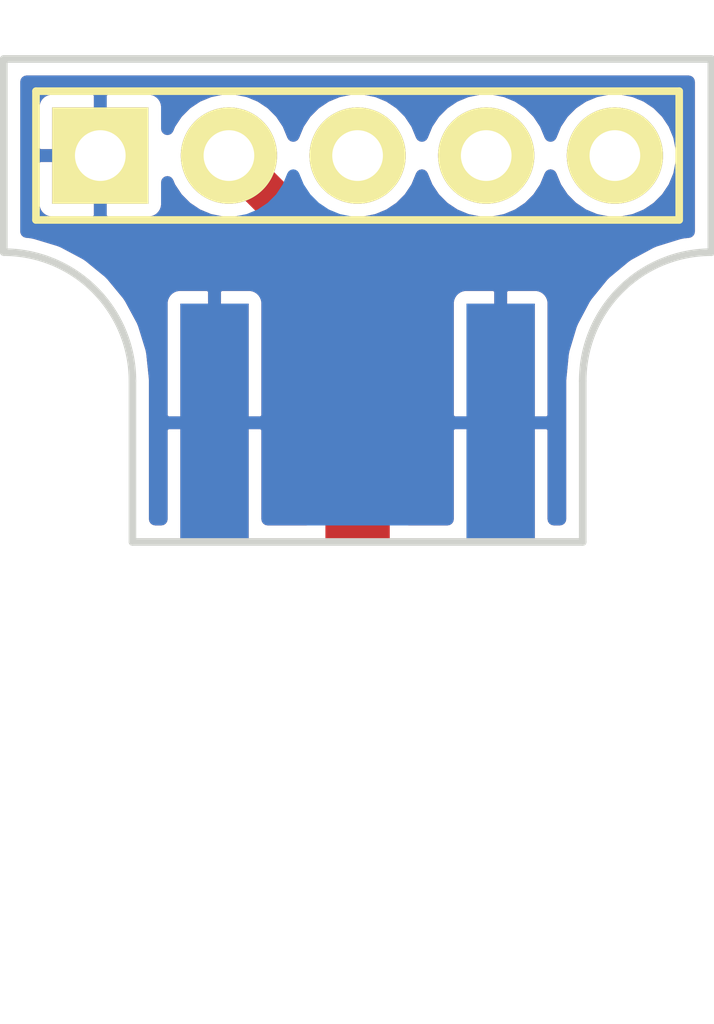
<source format=kicad_pcb>
(kicad_pcb (version 20171130) (host pcbnew 5.0.0-fee4fd1~66~ubuntu16.04.1)

  (general
    (thickness 1.6)
    (drawings 8)
    (tracks 2)
    (zones 0)
    (modules 2)
    (nets 6)
  )

  (page A4)
  (layers
    (0 F.Cu signal)
    (31 B.Cu signal)
    (32 B.Adhes user)
    (33 F.Adhes user)
    (34 B.Paste user)
    (35 F.Paste user)
    (36 B.SilkS user)
    (37 F.SilkS user)
    (38 B.Mask user)
    (39 F.Mask user)
    (40 Dwgs.User user)
    (41 Cmts.User user)
    (42 Eco1.User user)
    (43 Eco2.User user)
    (44 Edge.Cuts user)
    (45 Margin user)
    (46 B.CrtYd user)
    (47 F.CrtYd user)
    (48 B.Fab user)
    (49 F.Fab user)
  )

  (setup
    (last_trace_width 0.8)
    (user_trace_width 0.2)
    (user_trace_width 0.3)
    (user_trace_width 0.4)
    (user_trace_width 0.5)
    (user_trace_width 0.6)
    (user_trace_width 0.7)
    (user_trace_width 0.8)
    (user_trace_width 1)
    (trace_clearance 0.2)
    (zone_clearance 0.25)
    (zone_45_only no)
    (trace_min 0.2)
    (segment_width 0.2)
    (edge_width 0.15)
    (via_size 0.8)
    (via_drill 0.4)
    (via_min_size 0.8)
    (via_min_drill 0.4)
    (uvia_size 0.3)
    (uvia_drill 0.1)
    (uvias_allowed no)
    (uvia_min_size 0.2)
    (uvia_min_drill 0.1)
    (pcb_text_width 0.3)
    (pcb_text_size 1.5 1.5)
    (mod_edge_width 0.15)
    (mod_text_size 1 1)
    (mod_text_width 0.15)
    (pad_size 1.524 1.524)
    (pad_drill 0.762)
    (pad_to_mask_clearance 0)
    (aux_axis_origin 0 0)
    (visible_elements FFFFFF7F)
    (pcbplotparams
      (layerselection 0x010f0_ffffffff)
      (usegerberextensions true)
      (usegerberattributes false)
      (usegerberadvancedattributes false)
      (creategerberjobfile false)
      (excludeedgelayer true)
      (linewidth 0.100000)
      (plotframeref false)
      (viasonmask false)
      (mode 1)
      (useauxorigin false)
      (hpglpennumber 1)
      (hpglpenspeed 20)
      (hpglpendiameter 15.000000)
      (psnegative false)
      (psa4output false)
      (plotreference false)
      (plotvalue false)
      (plotinvisibletext false)
      (padsonsilk false)
      (subtractmaskfromsilk false)
      (outputformat 1)
      (mirror false)
      (drillshape 0)
      (scaleselection 1)
      (outputdirectory "gerbers/"))
  )

  (net 0 "")
  (net 1 GND)
  (net 2 "Net-(J1-Pad2)")
  (net 3 "Net-(J1-Pad3)")
  (net 4 "Net-(J1-Pad4)")
  (net 5 "Net-(J1-Pad5)")

  (net_class Default "This is the default net class."
    (clearance 0.2)
    (trace_width 0.25)
    (via_dia 0.8)
    (via_drill 0.4)
    (uvia_dia 0.3)
    (uvia_drill 0.1)
    (add_net GND)
    (add_net "Net-(J1-Pad2)")
    (add_net "Net-(J1-Pad3)")
    (add_net "Net-(J1-Pad4)")
    (add_net "Net-(J1-Pad5)")
  )

  (module agg:SIL-254P-05 (layer F.Cu) (tedit 57656D66) (tstamp 5B9E7EF6)
    (at 105.41 76.2)
    (path /5B9ED1D1)
    (fp_text reference J1 (at 0 -2.22) (layer F.Fab)
      (effects (font (size 1 1) (thickness 0.15)))
    )
    (fp_text value LimeMini (at 0 2.22) (layer F.Fab)
      (effects (font (size 1 1) (thickness 0.15)))
    )
    (fp_line (start -6.35 -1.27) (end 6.35 -1.27) (layer F.Fab) (width 0.01))
    (fp_line (start 6.35 -1.27) (end 6.35 1.27) (layer F.Fab) (width 0.01))
    (fp_line (start 6.35 1.27) (end -6.35 1.27) (layer F.Fab) (width 0.01))
    (fp_line (start -6.35 1.27) (end -6.35 -1.27) (layer F.Fab) (width 0.01))
    (fp_line (start -6.35 -1.27) (end 6.35 -1.27) (layer F.SilkS) (width 0.15))
    (fp_line (start 6.35 -1.27) (end 6.35 1.27) (layer F.SilkS) (width 0.15))
    (fp_line (start 6.35 1.27) (end -6.35 1.27) (layer F.SilkS) (width 0.15))
    (fp_line (start -6.35 1.27) (end -6.35 -1.27) (layer F.SilkS) (width 0.15))
    (fp_line (start -6.6 -1.55) (end 6.6 -1.55) (layer F.CrtYd) (width 0.01))
    (fp_line (start 6.6 -1.55) (end 6.6 1.55) (layer F.CrtYd) (width 0.01))
    (fp_line (start 6.6 1.55) (end -6.6 1.55) (layer F.CrtYd) (width 0.01))
    (fp_line (start -6.6 1.55) (end -6.6 -1.55) (layer F.CrtYd) (width 0.01))
    (pad 1 thru_hole rect (at -5.08 0) (size 1.9 1.9) (drill 1) (layers *.Cu *.Mask F.SilkS)
      (net 1 GND))
    (pad 2 thru_hole circle (at -2.54 0) (size 1.9 1.9) (drill 1) (layers *.Cu *.Mask F.SilkS)
      (net 2 "Net-(J1-Pad2)"))
    (pad 3 thru_hole circle (at 0 0) (size 1.9 1.9) (drill 1) (layers *.Cu *.Mask F.SilkS)
      (net 3 "Net-(J1-Pad3)"))
    (pad 4 thru_hole circle (at 2.54 0) (size 1.9 1.9) (drill 1) (layers *.Cu *.Mask F.SilkS)
      (net 4 "Net-(J1-Pad4)"))
    (pad 5 thru_hole circle (at 5.08 0) (size 1.9 1.9) (drill 1) (layers *.Cu *.Mask F.SilkS)
      (net 5 "Net-(J1-Pad5)"))
    (model ${KISYS3DMOD}/Pin_Headers.3dshapes/Pin_Header_Straight_1x05.wrl
      (at (xyz 0 0 0))
      (scale (xyz 1 1 1))
      (rotate (xyz 0 0 0))
    )
  )

  (module gpio:SMA-J-P-H-ST-EM1 (layer F.Cu) (tedit 571695D9) (tstamp 5B9EBAEF)
    (at 105.41 83.82)
    (path /5B9ED60D)
    (fp_text reference P1 (at 0 6) (layer F.Fab)
      (effects (font (size 1 1) (thickness 0.15)))
    )
    (fp_text value COAX (at 0 4) (layer F.Fab)
      (effects (font (size 1 1) (thickness 0.15)))
    )
    (fp_line (start 3.5 2.3) (end -3.5 2.3) (layer F.CrtYd) (width 0.01))
    (fp_line (start 3.5 9.52) (end -3.5 9.52) (layer F.CrtYd) (width 0.01))
    (fp_line (start 3.5 0) (end 3.5 9.52) (layer F.CrtYd) (width 0.01))
    (fp_line (start -3.5 9.5) (end -3.5 9.52) (layer F.CrtYd) (width 0.01))
    (fp_line (start -3.5 0) (end -3.5 9.5) (layer F.CrtYd) (width 0.01))
    (fp_line (start -3.5 0) (end 3.5 0) (layer F.CrtYd) (width 0.01))
    (pad 1 smd rect (at 0 -2.1) (size 1.27 4.2) (layers F.Cu F.Paste F.Mask)
      (net 2 "Net-(J1-Pad2)"))
    (pad 2 smd rect (at -2.825 -2.35) (size 1.35 4.7) (layers F.Cu F.Paste F.Mask)
      (net 1 GND))
    (pad 2 smd rect (at 2.825 -2.35) (size 1.35 4.7) (layers F.Cu F.Paste F.Mask)
      (net 1 GND))
    (pad 2 smd rect (at -2.825 -2.35) (size 1.35 4.7) (layers B.Cu B.Adhes B.Mask)
      (net 1 GND))
    (pad 2 smd rect (at 2.825 -2.35) (size 1.35 4.7) (layers B.Cu B.Adhes B.Mask)
      (net 1 GND))
  )

  (gr_line (start 112.395 74.295) (end 112.395 78.105) (layer Edge.Cuts) (width 0.15))
  (gr_line (start 98.425 74.295) (end 112.395 74.295) (layer Edge.Cuts) (width 0.15))
  (gr_line (start 98.425 78.105) (end 98.425 74.295) (layer Edge.Cuts) (width 0.15))
  (gr_line (start 100.965 80.645) (end 100.965 83.82) (layer Edge.Cuts) (width 0.15))
  (gr_line (start 109.855 83.82) (end 109.855 80.645) (layer Edge.Cuts) (width 0.15))
  (gr_arc (start 112.395 80.645) (end 112.395 78.105) (angle -90) (layer Edge.Cuts) (width 0.15) (tstamp 5B9EBBE8))
  (gr_arc (start 98.425 80.645) (end 100.965 80.645) (angle -90) (layer Edge.Cuts) (width 0.15))
  (gr_line (start 100.965 83.82) (end 109.855 83.82) (layer Edge.Cuts) (width 0.15))

  (segment (start 105.41 78.74) (end 102.87 76.2) (width 0.8) (layer F.Cu) (net 2))
  (segment (start 105.41 81.72) (end 105.41 78.74) (width 0.8) (layer F.Cu) (net 2))

  (zone (net 1) (net_name GND) (layer F.Cu) (tstamp 5B9EBD51) (hatch edge 0.508)
    (connect_pads (clearance 0.25))
    (min_thickness 0.25)
    (fill yes (arc_segments 32) (thermal_gap 0.25) (thermal_bridge_width 0.254))
    (polygon
      (pts
        (xy 112.395 74.295) (xy 112.395 83.82) (xy 98.425 83.82) (xy 98.425 74.295)
      )
    )
    (filled_polygon
      (pts
        (xy 111.945001 77.698016) (xy 111.837224 77.709344) (xy 111.797259 77.717548) (xy 111.757209 77.725188) (xy 111.751194 77.727004)
        (xy 111.277641 77.873593) (xy 111.240046 77.889396) (xy 111.202227 77.904676) (xy 111.196679 77.907626) (xy 110.760619 78.143403)
        (xy 110.726764 78.166238) (xy 110.692679 78.188543) (xy 110.687815 78.19251) (xy 110.687809 78.192514) (xy 110.687804 78.192519)
        (xy 110.30585 78.508498) (xy 110.277126 78.537423) (xy 110.24797 78.565974) (xy 110.243965 78.570816) (xy 109.930655 78.954972)
        (xy 109.908079 78.988951) (xy 109.885042 79.022596) (xy 109.882053 79.028123) (xy 109.649327 79.465819) (xy 109.63379 79.503513)
        (xy 109.617717 79.541014) (xy 109.615859 79.547017) (xy 109.47258 80.021581) (xy 109.464648 80.061639) (xy 109.456179 80.101484)
        (xy 109.455522 80.107732) (xy 109.407148 80.601088) (xy 109.407148 80.601095) (xy 109.405001 80.622895) (xy 109.405 83.37)
        (xy 109.285 83.37) (xy 109.285 81.56575) (xy 109.19125 81.472) (xy 108.237 81.472) (xy 108.237 81.492)
        (xy 108.233 81.492) (xy 108.233 81.472) (xy 107.27875 81.472) (xy 107.185 81.56575) (xy 107.185 83.37)
        (xy 106.421814 83.37) (xy 106.421814 79.62) (xy 106.414574 79.546487) (xy 106.393131 79.4758) (xy 106.358309 79.410653)
        (xy 106.311448 79.353552) (xy 106.254347 79.306691) (xy 106.1892 79.271869) (xy 106.185 79.270595) (xy 106.185 79.083065)
        (xy 107.185 79.083065) (xy 107.185 81.37425) (xy 107.27875 81.468) (xy 108.233 81.468) (xy 108.233 78.83875)
        (xy 108.237 78.83875) (xy 108.237 81.468) (xy 109.19125 81.468) (xy 109.285 81.37425) (xy 109.285 79.083065)
        (xy 109.270589 79.010616) (xy 109.242321 78.942371) (xy 109.201281 78.880951) (xy 109.149048 78.828718) (xy 109.087629 78.787679)
        (xy 109.019383 78.759411) (xy 108.946934 78.745) (xy 108.33075 78.745) (xy 108.237 78.83875) (xy 108.233 78.83875)
        (xy 108.13925 78.745) (xy 107.523066 78.745) (xy 107.450617 78.759411) (xy 107.382371 78.787679) (xy 107.320952 78.828718)
        (xy 107.268719 78.880951) (xy 107.227679 78.942371) (xy 107.199411 79.010616) (xy 107.185 79.083065) (xy 106.185 79.083065)
        (xy 106.185 78.778062) (xy 106.188749 78.739999) (xy 106.183922 78.690991) (xy 106.173786 78.588074) (xy 106.12947 78.441986)
        (xy 106.057506 78.30735) (xy 105.960659 78.189341) (xy 105.931092 78.165076) (xy 105.291015 77.525) (xy 105.540501 77.525)
        (xy 105.796488 77.474081) (xy 106.037623 77.3742) (xy 106.254638 77.229195) (xy 106.439195 77.044638) (xy 106.5842 76.827623)
        (xy 106.68 76.59634) (xy 106.7758 76.827623) (xy 106.920805 77.044638) (xy 107.105362 77.229195) (xy 107.322377 77.3742)
        (xy 107.563512 77.474081) (xy 107.819499 77.525) (xy 108.080501 77.525) (xy 108.336488 77.474081) (xy 108.577623 77.3742)
        (xy 108.794638 77.229195) (xy 108.979195 77.044638) (xy 109.1242 76.827623) (xy 109.22 76.59634) (xy 109.3158 76.827623)
        (xy 109.460805 77.044638) (xy 109.645362 77.229195) (xy 109.862377 77.3742) (xy 110.103512 77.474081) (xy 110.359499 77.525)
        (xy 110.620501 77.525) (xy 110.876488 77.474081) (xy 111.117623 77.3742) (xy 111.334638 77.229195) (xy 111.519195 77.044638)
        (xy 111.6642 76.827623) (xy 111.764081 76.586488) (xy 111.815 76.330501) (xy 111.815 76.069499) (xy 111.764081 75.813512)
        (xy 111.6642 75.572377) (xy 111.519195 75.355362) (xy 111.334638 75.170805) (xy 111.117623 75.0258) (xy 110.876488 74.925919)
        (xy 110.620501 74.875) (xy 110.359499 74.875) (xy 110.103512 74.925919) (xy 109.862377 75.0258) (xy 109.645362 75.170805)
        (xy 109.460805 75.355362) (xy 109.3158 75.572377) (xy 109.22 75.80366) (xy 109.1242 75.572377) (xy 108.979195 75.355362)
        (xy 108.794638 75.170805) (xy 108.577623 75.0258) (xy 108.336488 74.925919) (xy 108.080501 74.875) (xy 107.819499 74.875)
        (xy 107.563512 74.925919) (xy 107.322377 75.0258) (xy 107.105362 75.170805) (xy 106.920805 75.355362) (xy 106.7758 75.572377)
        (xy 106.68 75.80366) (xy 106.5842 75.572377) (xy 106.439195 75.355362) (xy 106.254638 75.170805) (xy 106.037623 75.0258)
        (xy 105.796488 74.925919) (xy 105.540501 74.875) (xy 105.279499 74.875) (xy 105.023512 74.925919) (xy 104.782377 75.0258)
        (xy 104.565362 75.170805) (xy 104.380805 75.355362) (xy 104.2358 75.572377) (xy 104.14 75.80366) (xy 104.0442 75.572377)
        (xy 103.899195 75.355362) (xy 103.714638 75.170805) (xy 103.497623 75.0258) (xy 103.256488 74.925919) (xy 103.000501 74.875)
        (xy 102.739499 74.875) (xy 102.483512 74.925919) (xy 102.242377 75.0258) (xy 102.025362 75.170805) (xy 101.840805 75.355362)
        (xy 101.6958 75.572377) (xy 101.655 75.670877) (xy 101.655 75.213065) (xy 101.640589 75.140616) (xy 101.612321 75.072371)
        (xy 101.571281 75.010951) (xy 101.519048 74.958718) (xy 101.457629 74.917679) (xy 101.389383 74.889411) (xy 101.316934 74.875)
        (xy 100.42575 74.875) (xy 100.332 74.96875) (xy 100.332 76.198) (xy 100.352 76.198) (xy 100.352 76.202)
        (xy 100.332 76.202) (xy 100.332 77.43125) (xy 100.42575 77.525) (xy 101.316934 77.525) (xy 101.389383 77.510589)
        (xy 101.457629 77.482321) (xy 101.519048 77.441282) (xy 101.571281 77.389049) (xy 101.612321 77.327629) (xy 101.640589 77.259384)
        (xy 101.655 77.186935) (xy 101.655 76.729123) (xy 101.6958 76.827623) (xy 101.840805 77.044638) (xy 102.025362 77.229195)
        (xy 102.242377 77.3742) (xy 102.483512 77.474081) (xy 102.739499 77.525) (xy 103.000501 77.525) (xy 103.082646 77.50866)
        (xy 104.635001 79.061017) (xy 104.635001 79.270595) (xy 104.6308 79.271869) (xy 104.565653 79.306691) (xy 104.508552 79.353552)
        (xy 104.461691 79.410653) (xy 104.426869 79.4758) (xy 104.405426 79.546487) (xy 104.398186 79.62) (xy 104.398186 83.37)
        (xy 103.635 83.37) (xy 103.635 81.56575) (xy 103.54125 81.472) (xy 102.587 81.472) (xy 102.587 81.492)
        (xy 102.583 81.492) (xy 102.583 81.472) (xy 101.62875 81.472) (xy 101.535 81.56575) (xy 101.535 83.37)
        (xy 101.415 83.37) (xy 101.415 80.622895) (xy 101.412975 80.602336) (xy 101.413086 80.586484) (xy 101.412473 80.580231)
        (xy 101.360656 80.087224) (xy 101.352452 80.047259) (xy 101.344812 80.007209) (xy 101.342996 80.001194) (xy 101.196407 79.527641)
        (xy 101.180604 79.490046) (xy 101.165324 79.452227) (xy 101.162374 79.446679) (xy 100.965769 79.083065) (xy 101.535 79.083065)
        (xy 101.535 81.37425) (xy 101.62875 81.468) (xy 102.583 81.468) (xy 102.583 78.83875) (xy 102.587 78.83875)
        (xy 102.587 81.468) (xy 103.54125 81.468) (xy 103.635 81.37425) (xy 103.635 79.083065) (xy 103.620589 79.010616)
        (xy 103.592321 78.942371) (xy 103.551281 78.880951) (xy 103.499048 78.828718) (xy 103.437629 78.787679) (xy 103.369383 78.759411)
        (xy 103.296934 78.745) (xy 102.68075 78.745) (xy 102.587 78.83875) (xy 102.583 78.83875) (xy 102.48925 78.745)
        (xy 101.873066 78.745) (xy 101.800617 78.759411) (xy 101.732371 78.787679) (xy 101.670952 78.828718) (xy 101.618719 78.880951)
        (xy 101.577679 78.942371) (xy 101.549411 79.010616) (xy 101.535 79.083065) (xy 100.965769 79.083065) (xy 100.926597 79.010619)
        (xy 100.903762 78.976764) (xy 100.881457 78.942679) (xy 100.87749 78.937815) (xy 100.877486 78.937809) (xy 100.877481 78.937804)
        (xy 100.561502 78.55585) (xy 100.532577 78.527126) (xy 100.504026 78.49797) (xy 100.499184 78.493965) (xy 100.115028 78.180655)
        (xy 100.081049 78.158079) (xy 100.047404 78.135042) (xy 100.041877 78.132053) (xy 99.604181 77.899327) (xy 99.566487 77.88379)
        (xy 99.528986 77.867717) (xy 99.522987 77.86586) (xy 99.522981 77.865858) (xy 99.048419 77.72258) (xy 99.008361 77.714648)
        (xy 98.968516 77.706179) (xy 98.962268 77.705522) (xy 98.875 77.696965) (xy 98.875 76.29575) (xy 99.005 76.29575)
        (xy 99.005 77.186935) (xy 99.019411 77.259384) (xy 99.047679 77.327629) (xy 99.088719 77.389049) (xy 99.140952 77.441282)
        (xy 99.202371 77.482321) (xy 99.270617 77.510589) (xy 99.343066 77.525) (xy 100.23425 77.525) (xy 100.328 77.43125)
        (xy 100.328 76.202) (xy 99.09875 76.202) (xy 99.005 76.29575) (xy 98.875 76.29575) (xy 98.875 75.213065)
        (xy 99.005 75.213065) (xy 99.005 76.10425) (xy 99.09875 76.198) (xy 100.328 76.198) (xy 100.328 74.96875)
        (xy 100.23425 74.875) (xy 99.343066 74.875) (xy 99.270617 74.889411) (xy 99.202371 74.917679) (xy 99.140952 74.958718)
        (xy 99.088719 75.010951) (xy 99.047679 75.072371) (xy 99.019411 75.140616) (xy 99.005 75.213065) (xy 98.875 75.213065)
        (xy 98.875 74.745) (xy 111.945 74.745)
      )
    )
  )
  (zone (net 1) (net_name GND) (layer B.Cu) (tstamp 5B9EBD4E) (hatch edge 0.508)
    (connect_pads (clearance 0.25))
    (min_thickness 0.25)
    (fill yes (arc_segments 32) (thermal_gap 0.25) (thermal_bridge_width 0.254))
    (polygon
      (pts
        (xy 112.395 74.295) (xy 112.395 83.82) (xy 98.425 83.82) (xy 98.425 74.295)
      )
    )
    (filled_polygon
      (pts
        (xy 111.945001 77.698016) (xy 111.837224 77.709344) (xy 111.797259 77.717548) (xy 111.757209 77.725188) (xy 111.751194 77.727004)
        (xy 111.277641 77.873593) (xy 111.240046 77.889396) (xy 111.202227 77.904676) (xy 111.196679 77.907626) (xy 110.760619 78.143403)
        (xy 110.726764 78.166238) (xy 110.692679 78.188543) (xy 110.687815 78.19251) (xy 110.687809 78.192514) (xy 110.687804 78.192519)
        (xy 110.30585 78.508498) (xy 110.277126 78.537423) (xy 110.24797 78.565974) (xy 110.243965 78.570816) (xy 109.930655 78.954972)
        (xy 109.908079 78.988951) (xy 109.885042 79.022596) (xy 109.882053 79.028123) (xy 109.649327 79.465819) (xy 109.63379 79.503513)
        (xy 109.617717 79.541014) (xy 109.615859 79.547017) (xy 109.47258 80.021581) (xy 109.464648 80.061639) (xy 109.456179 80.101484)
        (xy 109.455522 80.107732) (xy 109.407148 80.601088) (xy 109.407148 80.601095) (xy 109.405001 80.622895) (xy 109.405 83.37)
        (xy 109.285 83.37) (xy 109.285 81.56575) (xy 109.19125 81.472) (xy 108.237 81.472) (xy 108.237 81.492)
        (xy 108.233 81.492) (xy 108.233 81.472) (xy 107.27875 81.472) (xy 107.185 81.56575) (xy 107.185 83.37)
        (xy 103.635 83.37) (xy 103.635 81.56575) (xy 103.54125 81.472) (xy 102.587 81.472) (xy 102.587 81.492)
        (xy 102.583 81.492) (xy 102.583 81.472) (xy 101.62875 81.472) (xy 101.535 81.56575) (xy 101.535 83.37)
        (xy 101.415 83.37) (xy 101.415 80.622895) (xy 101.412975 80.602336) (xy 101.413086 80.586484) (xy 101.412473 80.580231)
        (xy 101.360656 80.087224) (xy 101.352452 80.047259) (xy 101.344812 80.007209) (xy 101.342996 80.001194) (xy 101.196407 79.527641)
        (xy 101.180604 79.490046) (xy 101.165324 79.452227) (xy 101.162374 79.446679) (xy 100.965769 79.083065) (xy 101.535 79.083065)
        (xy 101.535 81.37425) (xy 101.62875 81.468) (xy 102.583 81.468) (xy 102.583 78.83875) (xy 102.587 78.83875)
        (xy 102.587 81.468) (xy 103.54125 81.468) (xy 103.635 81.37425) (xy 103.635 79.083065) (xy 107.185 79.083065)
        (xy 107.185 81.37425) (xy 107.27875 81.468) (xy 108.233 81.468) (xy 108.233 78.83875) (xy 108.237 78.83875)
        (xy 108.237 81.468) (xy 109.19125 81.468) (xy 109.285 81.37425) (xy 109.285 79.083065) (xy 109.270589 79.010616)
        (xy 109.242321 78.942371) (xy 109.201281 78.880951) (xy 109.149048 78.828718) (xy 109.087629 78.787679) (xy 109.019383 78.759411)
        (xy 108.946934 78.745) (xy 108.33075 78.745) (xy 108.237 78.83875) (xy 108.233 78.83875) (xy 108.13925 78.745)
        (xy 107.523066 78.745) (xy 107.450617 78.759411) (xy 107.382371 78.787679) (xy 107.320952 78.828718) (xy 107.268719 78.880951)
        (xy 107.227679 78.942371) (xy 107.199411 79.010616) (xy 107.185 79.083065) (xy 103.635 79.083065) (xy 103.620589 79.010616)
        (xy 103.592321 78.942371) (xy 103.551281 78.880951) (xy 103.499048 78.828718) (xy 103.437629 78.787679) (xy 103.369383 78.759411)
        (xy 103.296934 78.745) (xy 102.68075 78.745) (xy 102.587 78.83875) (xy 102.583 78.83875) (xy 102.48925 78.745)
        (xy 101.873066 78.745) (xy 101.800617 78.759411) (xy 101.732371 78.787679) (xy 101.670952 78.828718) (xy 101.618719 78.880951)
        (xy 101.577679 78.942371) (xy 101.549411 79.010616) (xy 101.535 79.083065) (xy 100.965769 79.083065) (xy 100.926597 79.010619)
        (xy 100.903762 78.976764) (xy 100.881457 78.942679) (xy 100.87749 78.937815) (xy 100.877486 78.937809) (xy 100.877481 78.937804)
        (xy 100.561502 78.55585) (xy 100.532577 78.527126) (xy 100.504026 78.49797) (xy 100.499184 78.493965) (xy 100.115028 78.180655)
        (xy 100.081049 78.158079) (xy 100.047404 78.135042) (xy 100.041877 78.132053) (xy 99.604181 77.899327) (xy 99.566487 77.88379)
        (xy 99.528986 77.867717) (xy 99.522987 77.86586) (xy 99.522981 77.865858) (xy 99.048419 77.72258) (xy 99.008361 77.714648)
        (xy 98.968516 77.706179) (xy 98.962268 77.705522) (xy 98.875 77.696965) (xy 98.875 76.29575) (xy 99.005 76.29575)
        (xy 99.005 77.186935) (xy 99.019411 77.259384) (xy 99.047679 77.327629) (xy 99.088719 77.389049) (xy 99.140952 77.441282)
        (xy 99.202371 77.482321) (xy 99.270617 77.510589) (xy 99.343066 77.525) (xy 100.23425 77.525) (xy 100.328 77.43125)
        (xy 100.328 76.202) (xy 99.09875 76.202) (xy 99.005 76.29575) (xy 98.875 76.29575) (xy 98.875 75.213065)
        (xy 99.005 75.213065) (xy 99.005 76.10425) (xy 99.09875 76.198) (xy 100.328 76.198) (xy 100.328 74.96875)
        (xy 100.332 74.96875) (xy 100.332 76.198) (xy 100.352 76.198) (xy 100.352 76.202) (xy 100.332 76.202)
        (xy 100.332 77.43125) (xy 100.42575 77.525) (xy 101.316934 77.525) (xy 101.389383 77.510589) (xy 101.457629 77.482321)
        (xy 101.519048 77.441282) (xy 101.571281 77.389049) (xy 101.612321 77.327629) (xy 101.640589 77.259384) (xy 101.655 77.186935)
        (xy 101.655 76.729123) (xy 101.6958 76.827623) (xy 101.840805 77.044638) (xy 102.025362 77.229195) (xy 102.242377 77.3742)
        (xy 102.483512 77.474081) (xy 102.739499 77.525) (xy 103.000501 77.525) (xy 103.256488 77.474081) (xy 103.497623 77.3742)
        (xy 103.714638 77.229195) (xy 103.899195 77.044638) (xy 104.0442 76.827623) (xy 104.14 76.59634) (xy 104.2358 76.827623)
        (xy 104.380805 77.044638) (xy 104.565362 77.229195) (xy 104.782377 77.3742) (xy 105.023512 77.474081) (xy 105.279499 77.525)
        (xy 105.540501 77.525) (xy 105.796488 77.474081) (xy 106.037623 77.3742) (xy 106.254638 77.229195) (xy 106.439195 77.044638)
        (xy 106.5842 76.827623) (xy 106.68 76.59634) (xy 106.7758 76.827623) (xy 106.920805 77.044638) (xy 107.105362 77.229195)
        (xy 107.322377 77.3742) (xy 107.563512 77.474081) (xy 107.819499 77.525) (xy 108.080501 77.525) (xy 108.336488 77.474081)
        (xy 108.577623 77.3742) (xy 108.794638 77.229195) (xy 108.979195 77.044638) (xy 109.1242 76.827623) (xy 109.22 76.59634)
        (xy 109.3158 76.827623) (xy 109.460805 77.044638) (xy 109.645362 77.229195) (xy 109.862377 77.3742) (xy 110.103512 77.474081)
        (xy 110.359499 77.525) (xy 110.620501 77.525) (xy 110.876488 77.474081) (xy 111.117623 77.3742) (xy 111.334638 77.229195)
        (xy 111.519195 77.044638) (xy 111.6642 76.827623) (xy 111.764081 76.586488) (xy 111.815 76.330501) (xy 111.815 76.069499)
        (xy 111.764081 75.813512) (xy 111.6642 75.572377) (xy 111.519195 75.355362) (xy 111.334638 75.170805) (xy 111.117623 75.0258)
        (xy 110.876488 74.925919) (xy 110.620501 74.875) (xy 110.359499 74.875) (xy 110.103512 74.925919) (xy 109.862377 75.0258)
        (xy 109.645362 75.170805) (xy 109.460805 75.355362) (xy 109.3158 75.572377) (xy 109.22 75.80366) (xy 109.1242 75.572377)
        (xy 108.979195 75.355362) (xy 108.794638 75.170805) (xy 108.577623 75.0258) (xy 108.336488 74.925919) (xy 108.080501 74.875)
        (xy 107.819499 74.875) (xy 107.563512 74.925919) (xy 107.322377 75.0258) (xy 107.105362 75.170805) (xy 106.920805 75.355362)
        (xy 106.7758 75.572377) (xy 106.68 75.80366) (xy 106.5842 75.572377) (xy 106.439195 75.355362) (xy 106.254638 75.170805)
        (xy 106.037623 75.0258) (xy 105.796488 74.925919) (xy 105.540501 74.875) (xy 105.279499 74.875) (xy 105.023512 74.925919)
        (xy 104.782377 75.0258) (xy 104.565362 75.170805) (xy 104.380805 75.355362) (xy 104.2358 75.572377) (xy 104.14 75.80366)
        (xy 104.0442 75.572377) (xy 103.899195 75.355362) (xy 103.714638 75.170805) (xy 103.497623 75.0258) (xy 103.256488 74.925919)
        (xy 103.000501 74.875) (xy 102.739499 74.875) (xy 102.483512 74.925919) (xy 102.242377 75.0258) (xy 102.025362 75.170805)
        (xy 101.840805 75.355362) (xy 101.6958 75.572377) (xy 101.655 75.670877) (xy 101.655 75.213065) (xy 101.640589 75.140616)
        (xy 101.612321 75.072371) (xy 101.571281 75.010951) (xy 101.519048 74.958718) (xy 101.457629 74.917679) (xy 101.389383 74.889411)
        (xy 101.316934 74.875) (xy 100.42575 74.875) (xy 100.332 74.96875) (xy 100.328 74.96875) (xy 100.23425 74.875)
        (xy 99.343066 74.875) (xy 99.270617 74.889411) (xy 99.202371 74.917679) (xy 99.140952 74.958718) (xy 99.088719 75.010951)
        (xy 99.047679 75.072371) (xy 99.019411 75.140616) (xy 99.005 75.213065) (xy 98.875 75.213065) (xy 98.875 74.745)
        (xy 111.945 74.745)
      )
    )
  )
)

</source>
